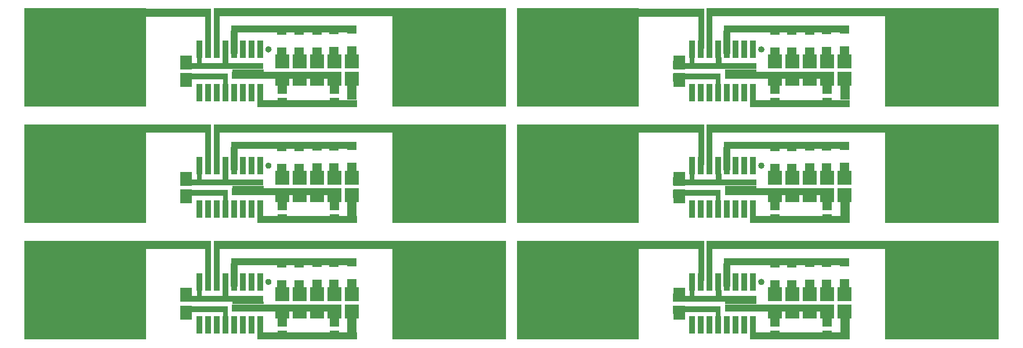
<source format=gtl>
G04 Layer_Physical_Order=1*
G04 Layer_Color=255*
%FSLAX44Y44*%
%MOMM*%
G71*
G01*
G75*
%ADD10C,0.5000*%
%ADD11R,1.4000X1.2000*%
%ADD12R,0.9000X2.5000*%
%ADD13R,28.8000X1.1500*%
%ADD14R,12.5500X1.2000*%
%ADD15R,0.9000X4.8000*%
%ADD16R,1.8000X2.0000*%
%ADD17R,0.9000X4.2000*%
%ADD18R,18.3500X1.1000*%
%ADD19R,1.0000X3.4000*%
%ADD20R,6.9000X0.9000*%
%ADD21R,0.8000X1.0000*%
%ADD22R,11.1000X0.9000*%
%ADD23R,0.9000X1.3000*%
%ADD24R,0.8000X1.6000*%
%ADD25R,15.9000X1.0500*%
%ADD26R,4.6000X0.4000*%
%ADD27R,14.5500X1.0000*%
%ADD28R,1.3500X2.4500*%
%ADD29R,17.7500X14.5000*%
%ADD30R,16.6500X14.4500*%
%ADD31R,2.0000X2.0000*%
D10*
X941550Y460395D02*
G03*
X941550Y460395I0J-2121D01*
G01*
Y630395D02*
G03*
X941550Y630395I0J-2121D01*
G01*
Y800395D02*
G03*
X941550Y800395I0J-2121D01*
G01*
X1661550Y460395D02*
G03*
X1661550Y460395I0J-2121D01*
G01*
Y630395D02*
G03*
X1661550Y630395I0J-2121D01*
G01*
Y800395D02*
G03*
X1661550Y800395I0J-2121D01*
G01*
D11*
X819549Y417274D02*
D03*
Y435274D02*
D03*
X961049Y455034D02*
D03*
X986049D02*
D03*
X1012550Y455534D02*
D03*
X1037049Y456034D02*
D03*
X1063049Y456534D02*
D03*
Y487014D02*
D03*
X1038049Y551274D02*
D03*
X1037049Y486514D02*
D03*
X1012550Y486014D02*
D03*
X961550Y551274D02*
D03*
X986049Y485514D02*
D03*
X961049D02*
D03*
X1038049Y569274D02*
D03*
X1063049Y626534D02*
D03*
Y657014D02*
D03*
X1037049Y656514D02*
D03*
X1012550Y656014D02*
D03*
Y625534D02*
D03*
X1037049Y626034D02*
D03*
X986049Y655514D02*
D03*
Y625034D02*
D03*
X961550Y569274D02*
D03*
X961049Y625034D02*
D03*
Y655514D02*
D03*
X1038049Y721274D02*
D03*
Y739274D02*
D03*
X1063049Y796534D02*
D03*
Y827014D02*
D03*
X1037049Y826514D02*
D03*
X1012550Y826014D02*
D03*
Y795534D02*
D03*
X1037049Y796034D02*
D03*
X986049Y825514D02*
D03*
Y795034D02*
D03*
X961550Y739274D02*
D03*
Y721274D02*
D03*
X961049Y795034D02*
D03*
Y825514D02*
D03*
X819549Y775274D02*
D03*
Y757274D02*
D03*
Y605274D02*
D03*
Y587274D02*
D03*
X961550Y399274D02*
D03*
Y381274D02*
D03*
X1038049D02*
D03*
Y399274D02*
D03*
X1539550Y417274D02*
D03*
Y435274D02*
D03*
X1681550Y399274D02*
D03*
Y381274D02*
D03*
X1758049D02*
D03*
Y399274D02*
D03*
X1783049Y456534D02*
D03*
Y487014D02*
D03*
X1758049Y551274D02*
D03*
X1757050Y486514D02*
D03*
X1732549Y486014D02*
D03*
Y455534D02*
D03*
X1757050Y456034D02*
D03*
X1706049Y485514D02*
D03*
Y455034D02*
D03*
X1681049Y485514D02*
D03*
Y455034D02*
D03*
X1681550Y551274D02*
D03*
Y569274D02*
D03*
X1706049Y625034D02*
D03*
X1758049Y569274D02*
D03*
X1783049Y626534D02*
D03*
Y657014D02*
D03*
X1757050Y656514D02*
D03*
X1732549Y656014D02*
D03*
Y625534D02*
D03*
X1757050Y626034D02*
D03*
X1706049Y655514D02*
D03*
X1681049D02*
D03*
Y625034D02*
D03*
X1758049Y721274D02*
D03*
Y739274D02*
D03*
X1783049Y796534D02*
D03*
Y827014D02*
D03*
X1757050Y826514D02*
D03*
X1732549Y826014D02*
D03*
Y795534D02*
D03*
X1757050Y796034D02*
D03*
X1706049Y825514D02*
D03*
Y795034D02*
D03*
X1681049Y825514D02*
D03*
Y795034D02*
D03*
X1681550Y739274D02*
D03*
Y721274D02*
D03*
X1539550Y775274D02*
D03*
Y757274D02*
D03*
Y605274D02*
D03*
Y587274D02*
D03*
D12*
X840699Y395144D02*
D03*
X853400D02*
D03*
X866099D02*
D03*
X878800D02*
D03*
X891499D02*
D03*
X904200D02*
D03*
X916899D02*
D03*
X929600D02*
D03*
Y458404D02*
D03*
X916899D02*
D03*
X904200D02*
D03*
X891499D02*
D03*
X878800D02*
D03*
X866099D02*
D03*
X853400D02*
D03*
X840699D02*
D03*
X929600Y565144D02*
D03*
Y628404D02*
D03*
X916899D02*
D03*
X904200D02*
D03*
X891499D02*
D03*
Y565144D02*
D03*
X904200D02*
D03*
X916899D02*
D03*
X878800Y628404D02*
D03*
X866099D02*
D03*
X853400D02*
D03*
Y565144D02*
D03*
X866099D02*
D03*
X878800D02*
D03*
X840699Y628404D02*
D03*
Y565144D02*
D03*
X929600Y735144D02*
D03*
Y798404D02*
D03*
X916899D02*
D03*
X904200D02*
D03*
X891499D02*
D03*
Y735144D02*
D03*
X904200D02*
D03*
X916899D02*
D03*
X878800Y798404D02*
D03*
X866099D02*
D03*
X853400D02*
D03*
Y735144D02*
D03*
X866099D02*
D03*
X878800D02*
D03*
X840699Y798404D02*
D03*
Y735144D02*
D03*
X1560699Y395144D02*
D03*
X1573400D02*
D03*
X1586100D02*
D03*
X1598799D02*
D03*
X1611499D02*
D03*
X1624200D02*
D03*
X1636900D02*
D03*
X1649599D02*
D03*
Y458404D02*
D03*
X1636900D02*
D03*
X1624200D02*
D03*
X1611499D02*
D03*
X1598799D02*
D03*
X1586100D02*
D03*
X1573400D02*
D03*
X1560699D02*
D03*
X1649599Y565144D02*
D03*
Y628404D02*
D03*
X1636900D02*
D03*
X1624200D02*
D03*
X1611499D02*
D03*
Y565144D02*
D03*
X1624200D02*
D03*
X1636900D02*
D03*
X1598799Y628404D02*
D03*
X1586100D02*
D03*
X1573400D02*
D03*
Y565144D02*
D03*
X1586100D02*
D03*
X1598799D02*
D03*
X1560699Y628404D02*
D03*
Y565144D02*
D03*
X1649599Y735144D02*
D03*
Y798404D02*
D03*
X1636900D02*
D03*
X1624200D02*
D03*
X1611499D02*
D03*
Y735144D02*
D03*
X1624200D02*
D03*
X1636900D02*
D03*
X1598799Y798404D02*
D03*
X1586100D02*
D03*
X1573400D02*
D03*
Y735144D02*
D03*
X1586100D02*
D03*
X1598799D02*
D03*
X1560699Y798404D02*
D03*
Y735144D02*
D03*
D13*
X1005549Y512524D02*
D03*
Y682524D02*
D03*
Y852524D02*
D03*
X1725549Y512524D02*
D03*
Y682524D02*
D03*
Y852524D02*
D03*
D14*
X795300Y512274D02*
D03*
Y682274D02*
D03*
Y852274D02*
D03*
X1515300Y512274D02*
D03*
Y682274D02*
D03*
Y852274D02*
D03*
D15*
X853549Y483274D02*
D03*
Y653274D02*
D03*
Y823274D02*
D03*
X1573549Y483274D02*
D03*
Y653274D02*
D03*
Y823274D02*
D03*
D16*
X821550Y413274D02*
D03*
Y439274D02*
D03*
Y583274D02*
D03*
Y609274D02*
D03*
Y753274D02*
D03*
Y779274D02*
D03*
X1541550Y439274D02*
D03*
Y413274D02*
D03*
Y583274D02*
D03*
Y609274D02*
D03*
Y753274D02*
D03*
Y779274D02*
D03*
D17*
X866049Y487274D02*
D03*
Y657274D02*
D03*
Y827274D02*
D03*
X1586049Y487274D02*
D03*
Y657274D02*
D03*
Y827274D02*
D03*
D18*
X978299Y487774D02*
D03*
Y657774D02*
D03*
Y827774D02*
D03*
X1698300Y487774D02*
D03*
Y657774D02*
D03*
Y827774D02*
D03*
D19*
X891550Y468274D02*
D03*
Y638274D02*
D03*
Y808274D02*
D03*
X1611550Y468274D02*
D03*
Y638274D02*
D03*
Y808274D02*
D03*
D20*
X848050Y418774D02*
D03*
Y588774D02*
D03*
Y758774D02*
D03*
X1568049Y418774D02*
D03*
Y588774D02*
D03*
Y758774D02*
D03*
D21*
X878549Y409274D02*
D03*
Y579274D02*
D03*
Y749274D02*
D03*
X1598549Y409274D02*
D03*
Y579274D02*
D03*
Y749274D02*
D03*
D22*
X879050Y433774D02*
D03*
Y603774D02*
D03*
Y773774D02*
D03*
X1599050Y433774D02*
D03*
Y603774D02*
D03*
Y773774D02*
D03*
D23*
X879050Y440774D02*
D03*
Y610774D02*
D03*
Y780774D02*
D03*
X1599050Y440774D02*
D03*
Y610774D02*
D03*
Y780774D02*
D03*
D24*
X840550Y440274D02*
D03*
Y610274D02*
D03*
Y780274D02*
D03*
X1560549Y440274D02*
D03*
Y610274D02*
D03*
Y780274D02*
D03*
D25*
X968049Y420024D02*
D03*
Y590024D02*
D03*
Y760024D02*
D03*
X1688049Y420024D02*
D03*
Y590024D02*
D03*
Y760024D02*
D03*
D26*
X911550Y427274D02*
D03*
Y597274D02*
D03*
Y767274D02*
D03*
X1631550Y427274D02*
D03*
Y597274D02*
D03*
Y767274D02*
D03*
D27*
X997800Y379274D02*
D03*
Y549274D02*
D03*
Y719274D02*
D03*
X1717800Y379274D02*
D03*
Y549274D02*
D03*
Y719274D02*
D03*
D28*
X1063800Y396524D02*
D03*
Y566524D02*
D03*
Y736524D02*
D03*
X1783799Y396524D02*
D03*
Y566524D02*
D03*
Y736524D02*
D03*
D29*
X673800Y446274D02*
D03*
Y616274D02*
D03*
Y786274D02*
D03*
X1393799Y446274D02*
D03*
Y616274D02*
D03*
Y786274D02*
D03*
D30*
X1205300Y446524D02*
D03*
Y616524D02*
D03*
Y786524D02*
D03*
X1925300Y446524D02*
D03*
Y616524D02*
D03*
Y786524D02*
D03*
D31*
X961450Y415274D02*
D03*
X986850D02*
D03*
X1012250D02*
D03*
X1037650D02*
D03*
X1063049D02*
D03*
Y440674D02*
D03*
X1037650D02*
D03*
X1012250D02*
D03*
X986850D02*
D03*
X961450D02*
D03*
X1063049Y585274D02*
D03*
Y610674D02*
D03*
X1037650D02*
D03*
X1012250D02*
D03*
Y585274D02*
D03*
X1037650D02*
D03*
X986850Y610674D02*
D03*
X961450D02*
D03*
Y585274D02*
D03*
X986850D02*
D03*
X1063049Y755274D02*
D03*
Y780674D02*
D03*
X1037650D02*
D03*
X1012250D02*
D03*
Y755274D02*
D03*
X1037650D02*
D03*
X986850Y780674D02*
D03*
X961450D02*
D03*
Y755274D02*
D03*
X986850D02*
D03*
X1681449Y415274D02*
D03*
X1706850D02*
D03*
X1732249D02*
D03*
X1757650D02*
D03*
X1783049D02*
D03*
Y440674D02*
D03*
X1757650D02*
D03*
X1732249D02*
D03*
X1706850D02*
D03*
X1681449D02*
D03*
X1783049Y585274D02*
D03*
Y610674D02*
D03*
X1757650D02*
D03*
X1732249D02*
D03*
Y585274D02*
D03*
X1757650D02*
D03*
X1706850Y610674D02*
D03*
Y585274D02*
D03*
X1681449Y610674D02*
D03*
Y585274D02*
D03*
X1783049Y755274D02*
D03*
Y780674D02*
D03*
X1757650D02*
D03*
X1732249D02*
D03*
Y755274D02*
D03*
X1757650D02*
D03*
X1706850Y780674D02*
D03*
Y755274D02*
D03*
X1681449Y780674D02*
D03*
Y755274D02*
D03*
M02*

</source>
